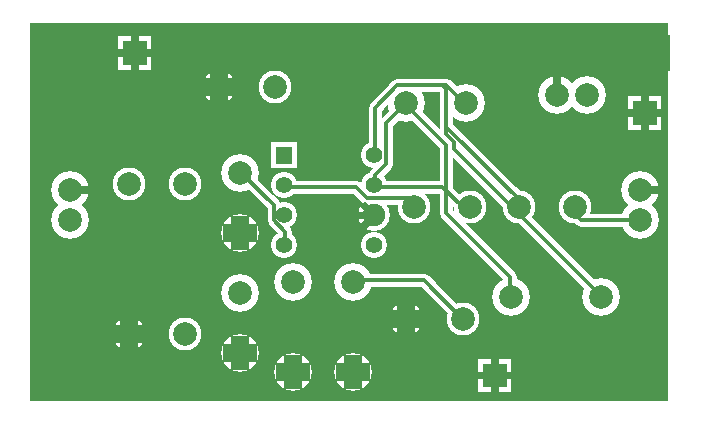
<source format=gbr>
%FSLAX34Y34*%
%MOMM*%
%LNCOPPER_TOP*%
G71*
G01*
%ADD10C,2.200*%
%ADD11C,3.200*%
%ADD12C,2.800*%
%ADD13C,2.700*%
%ADD14C,1.100*%
%ADD15C,4.200*%
%ADD16C,0.667*%
%ADD17C,0.813*%
%ADD18C,1.527*%
%ADD19C,0.646*%
%ADD20C,2.973*%
%ADD21C,1.400*%
%ADD22C,2.000*%
%ADD23C,1.900*%
%ADD24C,0.300*%
%ADD25C,4.000*%
%LPD*%
G36*
X0Y317500D02*
X540000Y317500D01*
X540000Y-2500D01*
X0Y-2500D01*
X0Y317500D01*
G37*
%LPC*%
G36*
X226476Y216475D02*
X226476Y194475D01*
X204476Y194475D01*
X204476Y216475D01*
X226476Y216475D01*
G37*
X215475Y180075D02*
G54D10*
D03*
X215476Y154675D02*
G54D10*
D03*
X215476Y129275D02*
G54D10*
D03*
X291676Y129275D02*
G54D10*
D03*
X291676Y154675D02*
G54D10*
D03*
X291675Y180075D02*
G54D10*
D03*
X291675Y205475D02*
G54D10*
D03*
X178131Y139557D02*
G54D11*
D03*
X178019Y190537D02*
G54D11*
D03*
X83732Y181100D02*
G54D12*
D03*
X131532Y181100D02*
G54D12*
D03*
X83732Y54100D02*
G54D12*
D03*
X131532Y54100D02*
G54D12*
D03*
X178131Y37957D02*
G54D11*
D03*
X178019Y88937D02*
G54D11*
D03*
X222855Y22023D02*
G54D11*
D03*
X222905Y98273D02*
G54D11*
D03*
X273655Y22023D02*
G54D11*
D03*
X273705Y98273D02*
G54D11*
D03*
X318682Y66800D02*
G54D12*
D03*
X366482Y66800D02*
G54D12*
D03*
X325032Y162050D02*
G54D12*
D03*
X372832Y162050D02*
G54D12*
D03*
X159932Y263650D02*
G54D12*
D03*
X207732Y263650D02*
G54D12*
D03*
X446225Y256575D02*
G54D11*
D03*
X471725Y256575D02*
G54D11*
D03*
X178131Y139557D02*
G54D12*
D03*
X291676Y154675D02*
G54D13*
D03*
X222855Y22023D02*
G54D12*
D03*
X273655Y22023D02*
G54D12*
D03*
X34026Y176464D02*
G54D11*
D03*
X34026Y150964D02*
G54D11*
D03*
X516626Y176464D02*
G54D11*
D03*
X516626Y150964D02*
G54D11*
D03*
X318682Y66800D02*
G54D12*
D03*
X178131Y37957D02*
G54D12*
D03*
X178131Y37957D02*
G54D12*
D03*
X83732Y54100D02*
G54D12*
D03*
X159932Y263650D02*
G54D12*
D03*
X407582Y85650D02*
G54D11*
D03*
X483832Y85600D02*
G54D11*
D03*
X318299Y249455D02*
G54D11*
D03*
X369279Y249567D02*
G54D11*
D03*
X413932Y162050D02*
G54D12*
D03*
X461732Y162050D02*
G54D12*
D03*
G54D14*
X455382Y162050D02*
X454100Y163075D01*
X466800Y150375D01*
X517600Y150375D01*
X516626Y150964D01*
G54D14*
X366482Y66800D02*
X365200Y67825D01*
X333450Y99575D01*
X273125Y99575D01*
X273705Y98273D01*
G54D14*
X178019Y190537D02*
X177875Y191650D01*
X206450Y163075D01*
X206450Y150375D01*
X215975Y140850D01*
X215975Y128150D01*
X215475Y129275D01*
G54D14*
X331382Y162050D02*
X330275Y163075D01*
X323925Y169425D01*
X285825Y169425D01*
X276300Y178950D01*
X215975Y178950D01*
X215475Y180075D01*
G54D14*
X318299Y249455D02*
X317575Y248800D01*
X301700Y232925D01*
X301700Y198000D01*
X292175Y188475D01*
X292175Y178950D01*
X291675Y180075D01*
G54D14*
X369279Y249567D02*
X368375Y248800D01*
X352500Y264675D01*
X311225Y264675D01*
X292175Y245625D01*
X292175Y204350D01*
X291675Y205475D01*
G54D14*
X318299Y249455D02*
X317575Y248800D01*
X352500Y213875D01*
X352500Y156725D01*
X406475Y102750D01*
X406475Y86875D01*
X407582Y85650D01*
G54D14*
X420282Y162050D02*
X419175Y163075D01*
X352500Y229750D01*
X352500Y261500D01*
X349325Y264675D01*
X311225Y264675D01*
X292175Y245625D01*
X292175Y204350D01*
X291675Y205475D01*
G54D14*
X483832Y85600D02*
X482675Y86875D01*
X358850Y210700D01*
X358850Y217050D01*
X352500Y223400D01*
X352500Y261500D01*
X349325Y264675D01*
X311225Y264675D01*
X292175Y245625D01*
X292175Y204350D01*
X291675Y205475D01*
G54D14*
X366482Y162050D02*
X365200Y163075D01*
X349325Y178950D01*
X292175Y178950D01*
X291675Y180075D01*
G36*
X379700Y33050D02*
X407700Y33050D01*
X407700Y5050D01*
X379700Y5050D01*
X379700Y33050D01*
G37*
X25400Y292100D02*
G54D15*
D03*
X25400Y25400D02*
G54D15*
D03*
X508000Y25400D02*
G54D15*
D03*
X520700Y292100D02*
G54D15*
D03*
G36*
X74900Y306100D02*
X102900Y306100D01*
X102900Y278100D01*
X74900Y278100D01*
X74900Y306100D01*
G37*
G36*
X506700Y255300D02*
X534700Y255300D01*
X534700Y227300D01*
X506700Y227300D01*
X506700Y255300D01*
G37*
%LPD*%
G54D16*
G36*
X442892Y256575D02*
X442892Y273075D01*
X449558Y273075D01*
X449558Y256575D01*
X442892Y256575D01*
G37*
G54D17*
G54D18*
G36*
X170498Y139557D02*
X170498Y154057D01*
X185764Y154057D01*
X185764Y139557D01*
X170498Y139557D01*
G37*
G36*
X178131Y147190D02*
X192631Y147190D01*
X192631Y131924D01*
X178131Y131924D01*
X178131Y147190D01*
G37*
G36*
X185764Y139557D02*
X185764Y125057D01*
X170498Y125057D01*
X170498Y139557D01*
X185764Y139557D01*
G37*
G36*
X178131Y131924D02*
X163631Y131924D01*
X163631Y147190D01*
X178131Y147190D01*
X178131Y131924D01*
G37*
G54D19*
G36*
X293959Y152391D02*
X284060Y142492D01*
X279492Y147060D01*
X289392Y156959D01*
X293959Y152391D01*
G37*
G36*
X291676Y151445D02*
X277676Y151445D01*
X277676Y157905D01*
X291676Y157905D01*
X291676Y151445D01*
G37*
G36*
X289392Y152391D02*
X279492Y162291D01*
X284060Y166859D01*
X293959Y156959D01*
X289392Y152391D01*
G37*
G54D18*
G36*
X215222Y22023D02*
X215222Y36523D01*
X230489Y36523D01*
X230489Y22023D01*
X215222Y22023D01*
G37*
G36*
X222855Y29656D02*
X237355Y29656D01*
X237355Y14390D01*
X222855Y14390D01*
X222855Y29656D01*
G37*
G36*
X230489Y22023D02*
X230489Y7523D01*
X215222Y7523D01*
X215222Y22023D01*
X230489Y22023D01*
G37*
G36*
X222855Y14390D02*
X208355Y14390D01*
X208355Y29656D01*
X222855Y29656D01*
X222855Y14390D01*
G37*
G54D18*
G36*
X266022Y22023D02*
X266022Y36523D01*
X281289Y36523D01*
X281289Y22023D01*
X266022Y22023D01*
G37*
G36*
X273655Y29656D02*
X288155Y29656D01*
X288155Y14390D01*
X273655Y14390D01*
X273655Y29656D01*
G37*
G36*
X281289Y22023D02*
X281289Y7523D01*
X266022Y7523D01*
X266022Y22023D01*
X281289Y22023D01*
G37*
G36*
X273655Y14390D02*
X259155Y14390D01*
X259155Y29656D01*
X273655Y29656D01*
X273655Y14390D01*
G37*
G54D16*
G36*
X34026Y179797D02*
X50526Y179797D01*
X50526Y173130D01*
X34026Y173130D01*
X34026Y179797D01*
G37*
G54D17*
G54D16*
G36*
X516626Y179797D02*
X533126Y179797D01*
X533126Y173130D01*
X516626Y173130D01*
X516626Y179797D01*
G37*
G54D17*
G54D18*
G36*
X311049Y66800D02*
X311049Y81300D01*
X326315Y81300D01*
X326315Y66800D01*
X311049Y66800D01*
G37*
G36*
X318682Y74433D02*
X333182Y74433D01*
X333182Y59167D01*
X318682Y59167D01*
X318682Y74433D01*
G37*
G36*
X326315Y66800D02*
X326315Y52300D01*
X311049Y52300D01*
X311049Y66800D01*
X326315Y66800D01*
G37*
G36*
X318682Y59167D02*
X304182Y59167D01*
X304182Y74433D01*
X318682Y74433D01*
X318682Y59167D01*
G37*
G54D18*
G36*
X185765Y37957D02*
X185765Y23457D01*
X170498Y23457D01*
X170498Y37957D01*
X185765Y37957D01*
G37*
G54D18*
G36*
X170498Y37957D02*
X170498Y52457D01*
X185765Y52457D01*
X185765Y37957D01*
X170498Y37957D01*
G37*
G36*
X178131Y45590D02*
X192631Y45590D01*
X192631Y30323D01*
X178131Y30323D01*
X178131Y45590D01*
G37*
G36*
X185765Y37957D02*
X185765Y23457D01*
X170498Y23457D01*
X170498Y37957D01*
X185765Y37957D01*
G37*
G36*
X178131Y30323D02*
X163631Y30323D01*
X163631Y45590D01*
X178131Y45590D01*
X178131Y30323D01*
G37*
G54D18*
G36*
X76099Y54100D02*
X76099Y68600D01*
X91365Y68600D01*
X91365Y54100D01*
X76099Y54100D01*
G37*
G36*
X83732Y61733D02*
X98232Y61733D01*
X98232Y46467D01*
X83732Y46467D01*
X83732Y61733D01*
G37*
G36*
X91365Y54100D02*
X91365Y39600D01*
X76099Y39600D01*
X76099Y54100D01*
X91365Y54100D01*
G37*
G36*
X83732Y46467D02*
X69232Y46467D01*
X69232Y61733D01*
X83732Y61733D01*
X83732Y46467D01*
G37*
G54D18*
G36*
X152299Y263650D02*
X152299Y278150D01*
X167565Y278150D01*
X167565Y263650D01*
X152299Y263650D01*
G37*
G36*
X159932Y271283D02*
X174432Y271283D01*
X174432Y256017D01*
X159932Y256017D01*
X159932Y271283D01*
G37*
G36*
X167565Y263650D02*
X167565Y249150D01*
X152299Y249150D01*
X152299Y263650D01*
X167565Y263650D01*
G37*
G36*
X159932Y256017D02*
X145432Y256017D01*
X145432Y271283D01*
X159932Y271283D01*
X159932Y256017D01*
G37*
G54D16*
G36*
X390367Y19050D02*
X390367Y33550D01*
X397033Y33550D01*
X397033Y19050D01*
X390367Y19050D01*
G37*
G36*
X393700Y22383D02*
X408200Y22383D01*
X408200Y15717D01*
X393700Y15717D01*
X393700Y22383D01*
G37*
G36*
X397033Y19050D02*
X397033Y4550D01*
X390367Y4550D01*
X390367Y19050D01*
X397033Y19050D01*
G37*
G36*
X393700Y15717D02*
X379200Y15717D01*
X379200Y22383D01*
X393700Y22383D01*
X393700Y15717D01*
G37*
G54D20*
G36*
X25400Y306967D02*
X46900Y306967D01*
X46900Y277233D01*
X25400Y277233D01*
X25400Y306967D01*
G37*
G36*
X40267Y292100D02*
X40267Y270600D01*
X10533Y270600D01*
X10533Y292100D01*
X40267Y292100D01*
G37*
G36*
X25400Y277233D02*
X3900Y277233D01*
X3900Y306967D01*
X25400Y306967D01*
X25400Y277233D01*
G37*
G36*
X10533Y292100D02*
X10533Y313600D01*
X40267Y313600D01*
X40267Y292100D01*
X10533Y292100D01*
G37*
G54D20*
G36*
X25400Y40267D02*
X46900Y40267D01*
X46900Y10533D01*
X25400Y10533D01*
X25400Y40267D01*
G37*
G36*
X40267Y25400D02*
X40267Y3900D01*
X10533Y3900D01*
X10533Y25400D01*
X40267Y25400D01*
G37*
G36*
X25400Y10533D02*
X3900Y10533D01*
X3900Y40267D01*
X25400Y40267D01*
X25400Y10533D01*
G37*
G36*
X10533Y25400D02*
X10533Y46900D01*
X40267Y46900D01*
X40267Y25400D01*
X10533Y25400D01*
G37*
G54D20*
G36*
X508000Y40267D02*
X529500Y40267D01*
X529500Y10533D01*
X508000Y10533D01*
X508000Y40267D01*
G37*
G36*
X522867Y25400D02*
X522867Y3900D01*
X493133Y3900D01*
X493133Y25400D01*
X522867Y25400D01*
G37*
G36*
X508000Y10533D02*
X486500Y10533D01*
X486500Y40267D01*
X508000Y40267D01*
X508000Y10533D01*
G37*
G36*
X493133Y25400D02*
X493133Y46900D01*
X522867Y46900D01*
X522867Y25400D01*
X493133Y25400D01*
G37*
G54D20*
G36*
X520700Y306967D02*
X542200Y306967D01*
X542200Y277233D01*
X520700Y277233D01*
X520700Y306967D01*
G37*
G36*
X535567Y292100D02*
X535567Y270600D01*
X505833Y270600D01*
X505833Y292100D01*
X535567Y292100D01*
G37*
G36*
X520700Y277233D02*
X499200Y277233D01*
X499200Y306967D01*
X520700Y306967D01*
X520700Y277233D01*
G37*
G36*
X505833Y292100D02*
X505833Y313600D01*
X535567Y313600D01*
X535567Y292100D01*
X505833Y292100D01*
G37*
G54D16*
G36*
X85567Y292100D02*
X85567Y306600D01*
X92233Y306600D01*
X92233Y292100D01*
X85567Y292100D01*
G37*
G36*
X88900Y295433D02*
X103400Y295433D01*
X103400Y288767D01*
X88900Y288767D01*
X88900Y295433D01*
G37*
G36*
X92233Y292100D02*
X92233Y277600D01*
X85567Y277600D01*
X85567Y292100D01*
X92233Y292100D01*
G37*
G36*
X88900Y288767D02*
X74400Y288767D01*
X74400Y295433D01*
X88900Y295433D01*
X88900Y288767D01*
G37*
G54D16*
G36*
X517367Y241300D02*
X517367Y255800D01*
X524033Y255800D01*
X524033Y241300D01*
X517367Y241300D01*
G37*
G36*
X520700Y244633D02*
X535200Y244633D01*
X535200Y237967D01*
X520700Y237967D01*
X520700Y244633D01*
G37*
G36*
X524033Y241300D02*
X524033Y226800D01*
X517367Y226800D01*
X517367Y241300D01*
X524033Y241300D01*
G37*
G36*
X520700Y237967D02*
X506200Y237967D01*
X506200Y244633D01*
X520700Y244633D01*
X520700Y237967D01*
G37*
G36*
X222476Y212475D02*
X222476Y198475D01*
X208476Y198475D01*
X208476Y212475D01*
X222476Y212475D01*
G37*
X215475Y180075D02*
G54D21*
D03*
X215476Y154675D02*
G54D21*
D03*
X215476Y129275D02*
G54D21*
D03*
X291676Y129275D02*
G54D21*
D03*
X291676Y154675D02*
G54D21*
D03*
X291675Y180075D02*
G54D21*
D03*
X291675Y205475D02*
G54D21*
D03*
X178131Y139557D02*
G54D22*
D03*
X178019Y190537D02*
G54D22*
D03*
X83732Y181100D02*
G54D22*
D03*
X131532Y181100D02*
G54D22*
D03*
X83732Y54100D02*
G54D22*
D03*
X131532Y54100D02*
G54D22*
D03*
X178131Y37957D02*
G54D22*
D03*
X178019Y88937D02*
G54D22*
D03*
X222855Y22023D02*
G54D22*
D03*
X222905Y98273D02*
G54D22*
D03*
X273655Y22023D02*
G54D22*
D03*
X273705Y98273D02*
G54D22*
D03*
X318682Y66800D02*
G54D22*
D03*
X366482Y66800D02*
G54D22*
D03*
X325032Y162050D02*
G54D22*
D03*
X372832Y162050D02*
G54D22*
D03*
X159932Y263650D02*
G54D22*
D03*
X207732Y263650D02*
G54D22*
D03*
X446225Y256575D02*
G54D22*
D03*
X471725Y256575D02*
G54D22*
D03*
X178131Y139557D02*
G54D22*
D03*
X291676Y154675D02*
G54D23*
D03*
X222855Y22023D02*
G54D22*
D03*
X273655Y22023D02*
G54D22*
D03*
X34026Y176464D02*
G54D22*
D03*
X34026Y150964D02*
G54D22*
D03*
X516626Y176464D02*
G54D22*
D03*
X516626Y150964D02*
G54D22*
D03*
X318682Y66800D02*
G54D22*
D03*
X178131Y37957D02*
G54D22*
D03*
X178131Y37957D02*
G54D22*
D03*
X83732Y54100D02*
G54D22*
D03*
X159932Y263650D02*
G54D22*
D03*
X407582Y85650D02*
G54D22*
D03*
X483832Y85600D02*
G54D22*
D03*
X318299Y249455D02*
G54D22*
D03*
X369279Y249567D02*
G54D22*
D03*
X413932Y162050D02*
G54D22*
D03*
X461732Y162050D02*
G54D22*
D03*
G54D24*
X455382Y162050D02*
X454100Y163075D01*
X466800Y150375D01*
X517600Y150375D01*
X516626Y150964D01*
G54D24*
X366482Y66800D02*
X365200Y67825D01*
X333450Y99575D01*
X273125Y99575D01*
X273705Y98273D01*
G54D24*
X178019Y190537D02*
X177875Y191650D01*
X206450Y163075D01*
X206450Y150375D01*
X215975Y140850D01*
X215975Y128150D01*
X215475Y129275D01*
G54D24*
X331382Y162050D02*
X330275Y163075D01*
X323925Y169425D01*
X285825Y169425D01*
X276300Y178950D01*
X215975Y178950D01*
X215475Y180075D01*
G54D24*
X318299Y249455D02*
X317575Y248800D01*
X301700Y232925D01*
X301700Y198000D01*
X292175Y188475D01*
X292175Y178950D01*
X291675Y180075D01*
G54D24*
X369279Y249567D02*
X368375Y248800D01*
X352500Y264675D01*
X311225Y264675D01*
X292175Y245625D01*
X292175Y204350D01*
X291675Y205475D01*
G54D24*
X318299Y249455D02*
X317575Y248800D01*
X352500Y213875D01*
X352500Y156725D01*
X406475Y102750D01*
X406475Y86875D01*
X407582Y85650D01*
G54D24*
X420282Y162050D02*
X419175Y163075D01*
X352500Y229750D01*
X352500Y261500D01*
X349325Y264675D01*
X311225Y264675D01*
X292175Y245625D01*
X292175Y204350D01*
X291675Y205475D01*
G54D24*
X483832Y85600D02*
X482675Y86875D01*
X358850Y210700D01*
X358850Y217050D01*
X352500Y223400D01*
X352500Y261500D01*
X349325Y264675D01*
X311225Y264675D01*
X292175Y245625D01*
X292175Y204350D01*
X291675Y205475D01*
G54D24*
X366482Y162050D02*
X365200Y163075D01*
X349325Y178950D01*
X292175Y178950D01*
X291675Y180075D01*
G36*
X383700Y29050D02*
X403700Y29050D01*
X403700Y9050D01*
X383700Y9050D01*
X383700Y29050D01*
G37*
X25400Y292100D02*
G54D25*
D03*
X25400Y25400D02*
G54D25*
D03*
X508000Y25400D02*
G54D25*
D03*
X520700Y292100D02*
G54D25*
D03*
G36*
X78900Y302100D02*
X98900Y302100D01*
X98900Y282100D01*
X78900Y282100D01*
X78900Y302100D01*
G37*
G36*
X510700Y251300D02*
X530700Y251300D01*
X530700Y231300D01*
X510700Y231300D01*
X510700Y251300D01*
G37*
M02*

</source>
